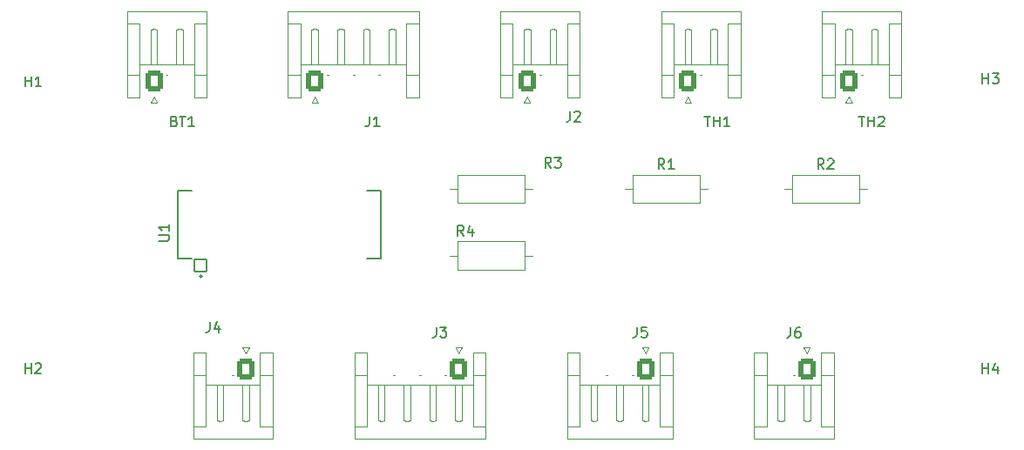
<source format=gto>
G04 #@! TF.GenerationSoftware,KiCad,Pcbnew,8.0.5*
G04 #@! TF.CreationDate,2025-03-12T15:23:49-04:00*
G04 #@! TF.ProjectId,PCB_version4,5043425f-7665-4727-9369-6f6e342e6b69,rev?*
G04 #@! TF.SameCoordinates,Original*
G04 #@! TF.FileFunction,Legend,Top*
G04 #@! TF.FilePolarity,Positive*
%FSLAX46Y46*%
G04 Gerber Fmt 4.6, Leading zero omitted, Abs format (unit mm)*
G04 Created by KiCad (PCBNEW 8.0.5) date 2025-03-12 15:23:49*
%MOMM*%
%LPD*%
G01*
G04 APERTURE LIST*
G04 Aperture macros list*
%AMRoundRect*
0 Rectangle with rounded corners*
0 $1 Rounding radius*
0 $2 $3 $4 $5 $6 $7 $8 $9 X,Y pos of 4 corners*
0 Add a 4 corners polygon primitive as box body*
4,1,4,$2,$3,$4,$5,$6,$7,$8,$9,$2,$3,0*
0 Add four circle primitives for the rounded corners*
1,1,$1+$1,$2,$3*
1,1,$1+$1,$4,$5*
1,1,$1+$1,$6,$7*
1,1,$1+$1,$8,$9*
0 Add four rect primitives between the rounded corners*
20,1,$1+$1,$2,$3,$4,$5,0*
20,1,$1+$1,$4,$5,$6,$7,0*
20,1,$1+$1,$6,$7,$8,$9,0*
20,1,$1+$1,$8,$9,$2,$3,0*%
G04 Aperture macros list end*
%ADD10C,0.160000*%
%ADD11C,0.120000*%
%ADD12C,0.127000*%
%ADD13C,0.200000*%
%ADD14C,1.676000*%
%ADD15O,1.676000X1.676000*%
%ADD16RoundRect,0.261177X-0.626823X-0.776823X0.626823X-0.776823X0.626823X0.776823X-0.626823X0.776823X0*%
%ADD17O,1.776000X2.076000*%
%ADD18RoundRect,0.261177X-0.626823X-0.751823X0.626823X-0.751823X0.626823X0.751823X-0.626823X0.751823X0*%
%ADD19O,1.776000X2.026000*%
%ADD20RoundRect,0.261177X0.626823X0.776823X-0.626823X0.776823X-0.626823X-0.776823X0.626823X-0.776823X0*%
%ADD21RoundRect,0.102000X0.585000X-0.585000X0.585000X0.585000X-0.585000X0.585000X-0.585000X-0.585000X0*%
%ADD22C,1.374000*%
%ADD23RoundRect,0.261177X0.626823X0.751823X-0.626823X0.751823X-0.626823X-0.751823X0.626823X-0.751823X0*%
%ADD24C,5.776000*%
G04 APERTURE END LIST*
D10*
X159833333Y-78584299D02*
X159500000Y-78108108D01*
X159261905Y-78584299D02*
X159261905Y-77584299D01*
X159261905Y-77584299D02*
X159642857Y-77584299D01*
X159642857Y-77584299D02*
X159738095Y-77631918D01*
X159738095Y-77631918D02*
X159785714Y-77679537D01*
X159785714Y-77679537D02*
X159833333Y-77774775D01*
X159833333Y-77774775D02*
X159833333Y-77917632D01*
X159833333Y-77917632D02*
X159785714Y-78012870D01*
X159785714Y-78012870D02*
X159738095Y-78060489D01*
X159738095Y-78060489D02*
X159642857Y-78108108D01*
X159642857Y-78108108D02*
X159261905Y-78108108D01*
X160690476Y-77917632D02*
X160690476Y-78584299D01*
X160452381Y-77536680D02*
X160214286Y-78250965D01*
X160214286Y-78250965D02*
X160833333Y-78250965D01*
X198214286Y-66954299D02*
X198785714Y-66954299D01*
X198500000Y-67954299D02*
X198500000Y-66954299D01*
X199119048Y-67954299D02*
X199119048Y-66954299D01*
X199119048Y-67430489D02*
X199690476Y-67430489D01*
X199690476Y-67954299D02*
X199690476Y-66954299D01*
X200119048Y-67049537D02*
X200166667Y-67001918D01*
X200166667Y-67001918D02*
X200261905Y-66954299D01*
X200261905Y-66954299D02*
X200500000Y-66954299D01*
X200500000Y-66954299D02*
X200595238Y-67001918D01*
X200595238Y-67001918D02*
X200642857Y-67049537D01*
X200642857Y-67049537D02*
X200690476Y-67144775D01*
X200690476Y-67144775D02*
X200690476Y-67240013D01*
X200690476Y-67240013D02*
X200642857Y-67382870D01*
X200642857Y-67382870D02*
X200071429Y-67954299D01*
X200071429Y-67954299D02*
X200690476Y-67954299D01*
X168333333Y-71954299D02*
X168000000Y-71478108D01*
X167761905Y-71954299D02*
X167761905Y-70954299D01*
X167761905Y-70954299D02*
X168142857Y-70954299D01*
X168142857Y-70954299D02*
X168238095Y-71001918D01*
X168238095Y-71001918D02*
X168285714Y-71049537D01*
X168285714Y-71049537D02*
X168333333Y-71144775D01*
X168333333Y-71144775D02*
X168333333Y-71287632D01*
X168333333Y-71287632D02*
X168285714Y-71382870D01*
X168285714Y-71382870D02*
X168238095Y-71430489D01*
X168238095Y-71430489D02*
X168142857Y-71478108D01*
X168142857Y-71478108D02*
X167761905Y-71478108D01*
X168666667Y-70954299D02*
X169285714Y-70954299D01*
X169285714Y-70954299D02*
X168952381Y-71335251D01*
X168952381Y-71335251D02*
X169095238Y-71335251D01*
X169095238Y-71335251D02*
X169190476Y-71382870D01*
X169190476Y-71382870D02*
X169238095Y-71430489D01*
X169238095Y-71430489D02*
X169285714Y-71525727D01*
X169285714Y-71525727D02*
X169285714Y-71763822D01*
X169285714Y-71763822D02*
X169238095Y-71859060D01*
X169238095Y-71859060D02*
X169190476Y-71906680D01*
X169190476Y-71906680D02*
X169095238Y-71954299D01*
X169095238Y-71954299D02*
X168809524Y-71954299D01*
X168809524Y-71954299D02*
X168714286Y-71906680D01*
X168714286Y-71906680D02*
X168666667Y-71859060D01*
X131714285Y-67430489D02*
X131857142Y-67478108D01*
X131857142Y-67478108D02*
X131904761Y-67525727D01*
X131904761Y-67525727D02*
X131952380Y-67620965D01*
X131952380Y-67620965D02*
X131952380Y-67763822D01*
X131952380Y-67763822D02*
X131904761Y-67859060D01*
X131904761Y-67859060D02*
X131857142Y-67906680D01*
X131857142Y-67906680D02*
X131761904Y-67954299D01*
X131761904Y-67954299D02*
X131380952Y-67954299D01*
X131380952Y-67954299D02*
X131380952Y-66954299D01*
X131380952Y-66954299D02*
X131714285Y-66954299D01*
X131714285Y-66954299D02*
X131809523Y-67001918D01*
X131809523Y-67001918D02*
X131857142Y-67049537D01*
X131857142Y-67049537D02*
X131904761Y-67144775D01*
X131904761Y-67144775D02*
X131904761Y-67240013D01*
X131904761Y-67240013D02*
X131857142Y-67335251D01*
X131857142Y-67335251D02*
X131809523Y-67382870D01*
X131809523Y-67382870D02*
X131714285Y-67430489D01*
X131714285Y-67430489D02*
X131380952Y-67430489D01*
X132238095Y-66954299D02*
X132809523Y-66954299D01*
X132523809Y-67954299D02*
X132523809Y-66954299D01*
X133666666Y-67954299D02*
X133095238Y-67954299D01*
X133380952Y-67954299D02*
X133380952Y-66954299D01*
X133380952Y-66954299D02*
X133285714Y-67097156D01*
X133285714Y-67097156D02*
X133190476Y-67192394D01*
X133190476Y-67192394D02*
X133095238Y-67240013D01*
X179333333Y-72084299D02*
X179000000Y-71608108D01*
X178761905Y-72084299D02*
X178761905Y-71084299D01*
X178761905Y-71084299D02*
X179142857Y-71084299D01*
X179142857Y-71084299D02*
X179238095Y-71131918D01*
X179238095Y-71131918D02*
X179285714Y-71179537D01*
X179285714Y-71179537D02*
X179333333Y-71274775D01*
X179333333Y-71274775D02*
X179333333Y-71417632D01*
X179333333Y-71417632D02*
X179285714Y-71512870D01*
X179285714Y-71512870D02*
X179238095Y-71560489D01*
X179238095Y-71560489D02*
X179142857Y-71608108D01*
X179142857Y-71608108D02*
X178761905Y-71608108D01*
X180285714Y-72084299D02*
X179714286Y-72084299D01*
X180000000Y-72084299D02*
X180000000Y-71084299D01*
X180000000Y-71084299D02*
X179904762Y-71227156D01*
X179904762Y-71227156D02*
X179809524Y-71322394D01*
X179809524Y-71322394D02*
X179714286Y-71370013D01*
X150666666Y-66954299D02*
X150666666Y-67668584D01*
X150666666Y-67668584D02*
X150619047Y-67811441D01*
X150619047Y-67811441D02*
X150523809Y-67906680D01*
X150523809Y-67906680D02*
X150380952Y-67954299D01*
X150380952Y-67954299D02*
X150285714Y-67954299D01*
X151666666Y-67954299D02*
X151095238Y-67954299D01*
X151380952Y-67954299D02*
X151380952Y-66954299D01*
X151380952Y-66954299D02*
X151285714Y-67097156D01*
X151285714Y-67097156D02*
X151190476Y-67192394D01*
X151190476Y-67192394D02*
X151095238Y-67240013D01*
X135166666Y-86954299D02*
X135166666Y-87668584D01*
X135166666Y-87668584D02*
X135119047Y-87811441D01*
X135119047Y-87811441D02*
X135023809Y-87906680D01*
X135023809Y-87906680D02*
X134880952Y-87954299D01*
X134880952Y-87954299D02*
X134785714Y-87954299D01*
X136071428Y-87287632D02*
X136071428Y-87954299D01*
X135833333Y-86906680D02*
X135595238Y-87620965D01*
X135595238Y-87620965D02*
X136214285Y-87620965D01*
X130239299Y-79056904D02*
X131048822Y-79056904D01*
X131048822Y-79056904D02*
X131144060Y-79009285D01*
X131144060Y-79009285D02*
X131191680Y-78961666D01*
X131191680Y-78961666D02*
X131239299Y-78866428D01*
X131239299Y-78866428D02*
X131239299Y-78675952D01*
X131239299Y-78675952D02*
X131191680Y-78580714D01*
X131191680Y-78580714D02*
X131144060Y-78533095D01*
X131144060Y-78533095D02*
X131048822Y-78485476D01*
X131048822Y-78485476D02*
X130239299Y-78485476D01*
X131239299Y-77485476D02*
X131239299Y-78056904D01*
X131239299Y-77771190D02*
X130239299Y-77771190D01*
X130239299Y-77771190D02*
X130382156Y-77866428D01*
X130382156Y-77866428D02*
X130477394Y-77961666D01*
X130477394Y-77961666D02*
X130525013Y-78056904D01*
X157166666Y-87454299D02*
X157166666Y-88168584D01*
X157166666Y-88168584D02*
X157119047Y-88311441D01*
X157119047Y-88311441D02*
X157023809Y-88406680D01*
X157023809Y-88406680D02*
X156880952Y-88454299D01*
X156880952Y-88454299D02*
X156785714Y-88454299D01*
X157547619Y-87454299D02*
X158166666Y-87454299D01*
X158166666Y-87454299D02*
X157833333Y-87835251D01*
X157833333Y-87835251D02*
X157976190Y-87835251D01*
X157976190Y-87835251D02*
X158071428Y-87882870D01*
X158071428Y-87882870D02*
X158119047Y-87930489D01*
X158119047Y-87930489D02*
X158166666Y-88025727D01*
X158166666Y-88025727D02*
X158166666Y-88263822D01*
X158166666Y-88263822D02*
X158119047Y-88359060D01*
X158119047Y-88359060D02*
X158071428Y-88406680D01*
X158071428Y-88406680D02*
X157976190Y-88454299D01*
X157976190Y-88454299D02*
X157690476Y-88454299D01*
X157690476Y-88454299D02*
X157595238Y-88406680D01*
X157595238Y-88406680D02*
X157547619Y-88359060D01*
X210238095Y-91954299D02*
X210238095Y-90954299D01*
X210238095Y-91430489D02*
X210809523Y-91430489D01*
X210809523Y-91954299D02*
X210809523Y-90954299D01*
X211714285Y-91287632D02*
X211714285Y-91954299D01*
X211476190Y-90906680D02*
X211238095Y-91620965D01*
X211238095Y-91620965D02*
X211857142Y-91620965D01*
X191583334Y-87486799D02*
X191583334Y-88201084D01*
X191583334Y-88201084D02*
X191535715Y-88343941D01*
X191535715Y-88343941D02*
X191440477Y-88439180D01*
X191440477Y-88439180D02*
X191297620Y-88486799D01*
X191297620Y-88486799D02*
X191202382Y-88486799D01*
X192488096Y-87486799D02*
X192297620Y-87486799D01*
X192297620Y-87486799D02*
X192202382Y-87534418D01*
X192202382Y-87534418D02*
X192154763Y-87582037D01*
X192154763Y-87582037D02*
X192059525Y-87724894D01*
X192059525Y-87724894D02*
X192011906Y-87915370D01*
X192011906Y-87915370D02*
X192011906Y-88296322D01*
X192011906Y-88296322D02*
X192059525Y-88391560D01*
X192059525Y-88391560D02*
X192107144Y-88439180D01*
X192107144Y-88439180D02*
X192202382Y-88486799D01*
X192202382Y-88486799D02*
X192392858Y-88486799D01*
X192392858Y-88486799D02*
X192488096Y-88439180D01*
X192488096Y-88439180D02*
X192535715Y-88391560D01*
X192535715Y-88391560D02*
X192583334Y-88296322D01*
X192583334Y-88296322D02*
X192583334Y-88058227D01*
X192583334Y-88058227D02*
X192535715Y-87962989D01*
X192535715Y-87962989D02*
X192488096Y-87915370D01*
X192488096Y-87915370D02*
X192392858Y-87867751D01*
X192392858Y-87867751D02*
X192202382Y-87867751D01*
X192202382Y-87867751D02*
X192107144Y-87915370D01*
X192107144Y-87915370D02*
X192059525Y-87962989D01*
X192059525Y-87962989D02*
X192011906Y-88058227D01*
X194833333Y-72084299D02*
X194500000Y-71608108D01*
X194261905Y-72084299D02*
X194261905Y-71084299D01*
X194261905Y-71084299D02*
X194642857Y-71084299D01*
X194642857Y-71084299D02*
X194738095Y-71131918D01*
X194738095Y-71131918D02*
X194785714Y-71179537D01*
X194785714Y-71179537D02*
X194833333Y-71274775D01*
X194833333Y-71274775D02*
X194833333Y-71417632D01*
X194833333Y-71417632D02*
X194785714Y-71512870D01*
X194785714Y-71512870D02*
X194738095Y-71560489D01*
X194738095Y-71560489D02*
X194642857Y-71608108D01*
X194642857Y-71608108D02*
X194261905Y-71608108D01*
X195214286Y-71179537D02*
X195261905Y-71131918D01*
X195261905Y-71131918D02*
X195357143Y-71084299D01*
X195357143Y-71084299D02*
X195595238Y-71084299D01*
X195595238Y-71084299D02*
X195690476Y-71131918D01*
X195690476Y-71131918D02*
X195738095Y-71179537D01*
X195738095Y-71179537D02*
X195785714Y-71274775D01*
X195785714Y-71274775D02*
X195785714Y-71370013D01*
X195785714Y-71370013D02*
X195738095Y-71512870D01*
X195738095Y-71512870D02*
X195166667Y-72084299D01*
X195166667Y-72084299D02*
X195785714Y-72084299D01*
X117238095Y-91954299D02*
X117238095Y-90954299D01*
X117238095Y-91430489D02*
X117809523Y-91430489D01*
X117809523Y-91954299D02*
X117809523Y-90954299D01*
X118238095Y-91049537D02*
X118285714Y-91001918D01*
X118285714Y-91001918D02*
X118380952Y-90954299D01*
X118380952Y-90954299D02*
X118619047Y-90954299D01*
X118619047Y-90954299D02*
X118714285Y-91001918D01*
X118714285Y-91001918D02*
X118761904Y-91049537D01*
X118761904Y-91049537D02*
X118809523Y-91144775D01*
X118809523Y-91144775D02*
X118809523Y-91240013D01*
X118809523Y-91240013D02*
X118761904Y-91382870D01*
X118761904Y-91382870D02*
X118190476Y-91954299D01*
X118190476Y-91954299D02*
X118809523Y-91954299D01*
X176666666Y-87454299D02*
X176666666Y-88168584D01*
X176666666Y-88168584D02*
X176619047Y-88311441D01*
X176619047Y-88311441D02*
X176523809Y-88406680D01*
X176523809Y-88406680D02*
X176380952Y-88454299D01*
X176380952Y-88454299D02*
X176285714Y-88454299D01*
X177619047Y-87454299D02*
X177142857Y-87454299D01*
X177142857Y-87454299D02*
X177095238Y-87930489D01*
X177095238Y-87930489D02*
X177142857Y-87882870D01*
X177142857Y-87882870D02*
X177238095Y-87835251D01*
X177238095Y-87835251D02*
X177476190Y-87835251D01*
X177476190Y-87835251D02*
X177571428Y-87882870D01*
X177571428Y-87882870D02*
X177619047Y-87930489D01*
X177619047Y-87930489D02*
X177666666Y-88025727D01*
X177666666Y-88025727D02*
X177666666Y-88263822D01*
X177666666Y-88263822D02*
X177619047Y-88359060D01*
X177619047Y-88359060D02*
X177571428Y-88406680D01*
X177571428Y-88406680D02*
X177476190Y-88454299D01*
X177476190Y-88454299D02*
X177238095Y-88454299D01*
X177238095Y-88454299D02*
X177142857Y-88406680D01*
X177142857Y-88406680D02*
X177095238Y-88359060D01*
X210238095Y-63772299D02*
X210238095Y-62772299D01*
X210238095Y-63248489D02*
X210809523Y-63248489D01*
X210809523Y-63772299D02*
X210809523Y-62772299D01*
X211190476Y-62772299D02*
X211809523Y-62772299D01*
X211809523Y-62772299D02*
X211476190Y-63153251D01*
X211476190Y-63153251D02*
X211619047Y-63153251D01*
X211619047Y-63153251D02*
X211714285Y-63200870D01*
X211714285Y-63200870D02*
X211761904Y-63248489D01*
X211761904Y-63248489D02*
X211809523Y-63343727D01*
X211809523Y-63343727D02*
X211809523Y-63581822D01*
X211809523Y-63581822D02*
X211761904Y-63677060D01*
X211761904Y-63677060D02*
X211714285Y-63724680D01*
X211714285Y-63724680D02*
X211619047Y-63772299D01*
X211619047Y-63772299D02*
X211333333Y-63772299D01*
X211333333Y-63772299D02*
X211238095Y-63724680D01*
X211238095Y-63724680D02*
X211190476Y-63677060D01*
X183214286Y-66954299D02*
X183785714Y-66954299D01*
X183500000Y-67954299D02*
X183500000Y-66954299D01*
X184119048Y-67954299D02*
X184119048Y-66954299D01*
X184119048Y-67430489D02*
X184690476Y-67430489D01*
X184690476Y-67954299D02*
X184690476Y-66954299D01*
X185690476Y-67954299D02*
X185119048Y-67954299D01*
X185404762Y-67954299D02*
X185404762Y-66954299D01*
X185404762Y-66954299D02*
X185309524Y-67097156D01*
X185309524Y-67097156D02*
X185214286Y-67192394D01*
X185214286Y-67192394D02*
X185119048Y-67240013D01*
X117238095Y-64050799D02*
X117238095Y-63050799D01*
X117238095Y-63526989D02*
X117809523Y-63526989D01*
X117809523Y-64050799D02*
X117809523Y-63050799D01*
X118809523Y-64050799D02*
X118238095Y-64050799D01*
X118523809Y-64050799D02*
X118523809Y-63050799D01*
X118523809Y-63050799D02*
X118428571Y-63193656D01*
X118428571Y-63193656D02*
X118333333Y-63288894D01*
X118333333Y-63288894D02*
X118238095Y-63336513D01*
X170166666Y-66454299D02*
X170166666Y-67168584D01*
X170166666Y-67168584D02*
X170119047Y-67311441D01*
X170119047Y-67311441D02*
X170023809Y-67406680D01*
X170023809Y-67406680D02*
X169880952Y-67454299D01*
X169880952Y-67454299D02*
X169785714Y-67454299D01*
X170595238Y-66549537D02*
X170642857Y-66501918D01*
X170642857Y-66501918D02*
X170738095Y-66454299D01*
X170738095Y-66454299D02*
X170976190Y-66454299D01*
X170976190Y-66454299D02*
X171071428Y-66501918D01*
X171071428Y-66501918D02*
X171119047Y-66549537D01*
X171119047Y-66549537D02*
X171166666Y-66644775D01*
X171166666Y-66644775D02*
X171166666Y-66740013D01*
X171166666Y-66740013D02*
X171119047Y-66882870D01*
X171119047Y-66882870D02*
X170547619Y-67454299D01*
X170547619Y-67454299D02*
X171166666Y-67454299D01*
D11*
X158460000Y-80500000D02*
X159230000Y-80500000D01*
X159230000Y-79130000D02*
X159230000Y-81870000D01*
X159230000Y-81870000D02*
X165770000Y-81870000D01*
X165770000Y-79130000D02*
X159230000Y-79130000D01*
X165770000Y-81870000D02*
X165770000Y-79130000D01*
X166540000Y-80500000D02*
X165770000Y-80500000D01*
X194640000Y-56722500D02*
X202360000Y-56722500D01*
X194640000Y-57942500D02*
X195860000Y-57942500D01*
X194640000Y-65142500D02*
X194640000Y-56722500D01*
X195860000Y-57942500D02*
X195860000Y-62942500D01*
X195860000Y-61942500D02*
X201140000Y-61942500D01*
X195860000Y-62942500D02*
X194640000Y-62942500D01*
X195860000Y-62942500D02*
X195860000Y-65142500D01*
X195860000Y-65142500D02*
X194640000Y-65142500D01*
X196930000Y-58522500D02*
X197250000Y-58442500D01*
X196930000Y-61942500D02*
X196930000Y-58522500D01*
X196950000Y-65632500D02*
X197550000Y-65632500D01*
X197250000Y-58442500D02*
X197570000Y-58522500D01*
X197250000Y-61942500D02*
X196930000Y-61942500D01*
X197250000Y-65032500D02*
X196950000Y-65632500D01*
X197550000Y-65632500D02*
X197250000Y-65032500D01*
X197570000Y-58522500D02*
X197570000Y-61942500D01*
X197570000Y-61942500D02*
X197250000Y-61942500D01*
X198420000Y-62942500D02*
X198580000Y-62942500D01*
X199430000Y-58522500D02*
X199750000Y-58442500D01*
X199430000Y-61942500D02*
X199430000Y-58522500D01*
X199750000Y-58442500D02*
X200070000Y-58522500D01*
X199750000Y-61942500D02*
X199430000Y-61942500D01*
X200070000Y-58522500D02*
X200070000Y-61942500D01*
X200070000Y-61942500D02*
X199750000Y-61942500D01*
X201140000Y-57942500D02*
X201140000Y-62942500D01*
X201140000Y-62942500D02*
X202360000Y-62942500D01*
X201140000Y-65142500D02*
X201140000Y-62942500D01*
X202360000Y-56722500D02*
X202360000Y-65142500D01*
X202360000Y-57942500D02*
X201140000Y-57942500D01*
X202360000Y-65142500D02*
X201140000Y-65142500D01*
X158460000Y-74000000D02*
X159230000Y-74000000D01*
X159230000Y-72630000D02*
X159230000Y-75370000D01*
X159230000Y-75370000D02*
X165770000Y-75370000D01*
X165770000Y-72630000D02*
X159230000Y-72630000D01*
X165770000Y-75370000D02*
X165770000Y-72630000D01*
X166540000Y-74000000D02*
X165770000Y-74000000D01*
X127140000Y-56722500D02*
X134860000Y-56722500D01*
X127140000Y-57942500D02*
X128360000Y-57942500D01*
X127140000Y-65142500D02*
X127140000Y-56722500D01*
X128360000Y-57942500D02*
X128360000Y-62942500D01*
X128360000Y-61942500D02*
X133640000Y-61942500D01*
X128360000Y-62942500D02*
X127140000Y-62942500D01*
X128360000Y-62942500D02*
X128360000Y-65142500D01*
X128360000Y-65142500D02*
X127140000Y-65142500D01*
X129430000Y-58522500D02*
X129750000Y-58442500D01*
X129430000Y-61942500D02*
X129430000Y-58522500D01*
X129450000Y-65632500D02*
X130050000Y-65632500D01*
X129750000Y-58442500D02*
X130070000Y-58522500D01*
X129750000Y-61942500D02*
X129430000Y-61942500D01*
X129750000Y-65032500D02*
X129450000Y-65632500D01*
X130050000Y-65632500D02*
X129750000Y-65032500D01*
X130070000Y-58522500D02*
X130070000Y-61942500D01*
X130070000Y-61942500D02*
X129750000Y-61942500D01*
X130920000Y-62942500D02*
X131080000Y-62942500D01*
X131930000Y-58522500D02*
X132250000Y-58442500D01*
X131930000Y-61942500D02*
X131930000Y-58522500D01*
X132250000Y-58442500D02*
X132570000Y-58522500D01*
X132250000Y-61942500D02*
X131930000Y-61942500D01*
X132570000Y-58522500D02*
X132570000Y-61942500D01*
X132570000Y-61942500D02*
X132250000Y-61942500D01*
X133640000Y-57942500D02*
X133640000Y-62942500D01*
X133640000Y-62942500D02*
X134860000Y-62942500D01*
X133640000Y-65142500D02*
X133640000Y-62942500D01*
X134860000Y-56722500D02*
X134860000Y-65142500D01*
X134860000Y-57942500D02*
X133640000Y-57942500D01*
X134860000Y-65142500D02*
X133640000Y-65142500D01*
X175460000Y-74000000D02*
X176230000Y-74000000D01*
X176230000Y-72630000D02*
X176230000Y-75370000D01*
X176230000Y-75370000D02*
X182770000Y-75370000D01*
X182770000Y-72630000D02*
X176230000Y-72630000D01*
X182770000Y-75370000D02*
X182770000Y-72630000D01*
X183540000Y-74000000D02*
X182770000Y-74000000D01*
X142765000Y-56722500D02*
X155485000Y-56722500D01*
X142765000Y-57942500D02*
X143985000Y-57942500D01*
X142765000Y-65142500D02*
X142765000Y-56722500D01*
X143985000Y-57942500D02*
X143985000Y-62942500D01*
X143985000Y-61942500D02*
X154265000Y-61942500D01*
X143985000Y-62942500D02*
X142765000Y-62942500D01*
X143985000Y-62942500D02*
X143985000Y-65142500D01*
X143985000Y-65142500D02*
X142765000Y-65142500D01*
X145055000Y-58522500D02*
X145375000Y-58442500D01*
X145055000Y-61942500D02*
X145055000Y-58522500D01*
X145075000Y-65632500D02*
X145675000Y-65632500D01*
X145375000Y-58442500D02*
X145695000Y-58522500D01*
X145375000Y-61942500D02*
X145055000Y-61942500D01*
X145375000Y-65032500D02*
X145075000Y-65632500D01*
X145675000Y-65632500D02*
X145375000Y-65032500D01*
X145695000Y-58522500D02*
X145695000Y-61942500D01*
X145695000Y-61942500D02*
X145375000Y-61942500D01*
X146545000Y-62942500D02*
X146705000Y-62942500D01*
X147555000Y-58522500D02*
X147875000Y-58442500D01*
X147555000Y-61942500D02*
X147555000Y-58522500D01*
X147875000Y-58442500D02*
X148195000Y-58522500D01*
X147875000Y-61942500D02*
X147555000Y-61942500D01*
X148195000Y-58522500D02*
X148195000Y-61942500D01*
X148195000Y-61942500D02*
X147875000Y-61942500D01*
X149045000Y-62942500D02*
X149205000Y-62942500D01*
X150055000Y-58522500D02*
X150375000Y-58442500D01*
X150055000Y-61942500D02*
X150055000Y-58522500D01*
X150375000Y-58442500D02*
X150695000Y-58522500D01*
X150375000Y-61942500D02*
X150055000Y-61942500D01*
X150695000Y-58522500D02*
X150695000Y-61942500D01*
X150695000Y-61942500D02*
X150375000Y-61942500D01*
X151545000Y-62942500D02*
X151705000Y-62942500D01*
X152555000Y-58522500D02*
X152875000Y-58442500D01*
X152555000Y-61942500D02*
X152555000Y-58522500D01*
X152875000Y-58442500D02*
X153195000Y-58522500D01*
X152875000Y-61942500D02*
X152555000Y-61942500D01*
X153195000Y-58522500D02*
X153195000Y-61942500D01*
X153195000Y-61942500D02*
X152875000Y-61942500D01*
X154265000Y-57942500D02*
X154265000Y-62942500D01*
X154265000Y-62942500D02*
X155485000Y-62942500D01*
X154265000Y-65142500D02*
X154265000Y-62942500D01*
X155485000Y-56722500D02*
X155485000Y-65142500D01*
X155485000Y-57942500D02*
X154265000Y-57942500D01*
X155485000Y-65142500D02*
X154265000Y-65142500D01*
X133556668Y-89890000D02*
X134776668Y-89890000D01*
X133556668Y-97090000D02*
X134776668Y-97090000D01*
X133556668Y-98310000D02*
X133556668Y-89890000D01*
X134776668Y-89890000D02*
X134776668Y-92090000D01*
X134776668Y-92090000D02*
X133556668Y-92090000D01*
X134776668Y-97090000D02*
X134776668Y-92090000D01*
X135846668Y-93090000D02*
X136166668Y-93090000D01*
X135846668Y-96510000D02*
X135846668Y-93090000D01*
X136166668Y-93090000D02*
X136486668Y-93090000D01*
X136166668Y-96590000D02*
X135846668Y-96510000D01*
X136486668Y-93090000D02*
X136486668Y-96510000D01*
X136486668Y-96510000D02*
X136166668Y-96590000D01*
X137496668Y-92090000D02*
X137336668Y-92090000D01*
X138346668Y-93090000D02*
X138666668Y-93090000D01*
X138346668Y-96510000D02*
X138346668Y-93090000D01*
X138366668Y-89400000D02*
X138666668Y-90000000D01*
X138666668Y-90000000D02*
X138966668Y-89400000D01*
X138666668Y-93090000D02*
X138986668Y-93090000D01*
X138666668Y-96590000D02*
X138346668Y-96510000D01*
X138966668Y-89400000D02*
X138366668Y-89400000D01*
X138986668Y-93090000D02*
X138986668Y-96510000D01*
X138986668Y-96510000D02*
X138666668Y-96590000D01*
X140056668Y-89890000D02*
X141276668Y-89890000D01*
X140056668Y-92090000D02*
X140056668Y-89890000D01*
X140056668Y-92090000D02*
X141276668Y-92090000D01*
X140056668Y-93090000D02*
X134776668Y-93090000D01*
X140056668Y-97090000D02*
X140056668Y-92090000D01*
X141276668Y-89890000D02*
X141276668Y-98310000D01*
X141276668Y-97090000D02*
X140056668Y-97090000D01*
X141276668Y-98310000D02*
X133556668Y-98310000D01*
D12*
X132075000Y-74170000D02*
X133395000Y-74170000D01*
X132075000Y-80770000D02*
X132075000Y-74170000D01*
X133395000Y-80770000D02*
X132075000Y-80770000D01*
X150445000Y-74170000D02*
X151765000Y-74170000D01*
X151765000Y-74170000D02*
X151765000Y-80770000D01*
X151765000Y-80770000D02*
X150445000Y-80770000D01*
D13*
X134400000Y-82525000D02*
G75*
G02*
X134200000Y-82525000I-100000J0D01*
G01*
X134200000Y-82525000D02*
G75*
G02*
X134400000Y-82525000I100000J0D01*
G01*
D11*
X149223334Y-89890000D02*
X150443334Y-89890000D01*
X149223334Y-97090000D02*
X150443334Y-97090000D01*
X149223334Y-98310000D02*
X149223334Y-89890000D01*
X150443334Y-89890000D02*
X150443334Y-92090000D01*
X150443334Y-92090000D02*
X149223334Y-92090000D01*
X150443334Y-97090000D02*
X150443334Y-92090000D01*
X151513334Y-93090000D02*
X151833334Y-93090000D01*
X151513334Y-96510000D02*
X151513334Y-93090000D01*
X151833334Y-93090000D02*
X152153334Y-93090000D01*
X151833334Y-96590000D02*
X151513334Y-96510000D01*
X152153334Y-93090000D02*
X152153334Y-96510000D01*
X152153334Y-96510000D02*
X151833334Y-96590000D01*
X153163334Y-92090000D02*
X153003334Y-92090000D01*
X154013334Y-93090000D02*
X154333334Y-93090000D01*
X154013334Y-96510000D02*
X154013334Y-93090000D01*
X154333334Y-93090000D02*
X154653334Y-93090000D01*
X154333334Y-96590000D02*
X154013334Y-96510000D01*
X154653334Y-93090000D02*
X154653334Y-96510000D01*
X154653334Y-96510000D02*
X154333334Y-96590000D01*
X155663334Y-92090000D02*
X155503334Y-92090000D01*
X156513334Y-93090000D02*
X156833334Y-93090000D01*
X156513334Y-96510000D02*
X156513334Y-93090000D01*
X156833334Y-93090000D02*
X157153334Y-93090000D01*
X156833334Y-96590000D02*
X156513334Y-96510000D01*
X157153334Y-93090000D02*
X157153334Y-96510000D01*
X157153334Y-96510000D02*
X156833334Y-96590000D01*
X158163334Y-92090000D02*
X158003334Y-92090000D01*
X159013334Y-93090000D02*
X159333334Y-93090000D01*
X159013334Y-96510000D02*
X159013334Y-93090000D01*
X159033334Y-89400000D02*
X159333334Y-90000000D01*
X159333334Y-90000000D02*
X159633334Y-89400000D01*
X159333334Y-93090000D02*
X159653334Y-93090000D01*
X159333334Y-96590000D02*
X159013334Y-96510000D01*
X159633334Y-89400000D02*
X159033334Y-89400000D01*
X159653334Y-93090000D02*
X159653334Y-96510000D01*
X159653334Y-96510000D02*
X159333334Y-96590000D01*
X160723334Y-89890000D02*
X161943334Y-89890000D01*
X160723334Y-92090000D02*
X160723334Y-89890000D01*
X160723334Y-92090000D02*
X161943334Y-92090000D01*
X160723334Y-93090000D02*
X150443334Y-93090000D01*
X160723334Y-97090000D02*
X160723334Y-92090000D01*
X161943334Y-89890000D02*
X161943334Y-98310000D01*
X161943334Y-97090000D02*
X160723334Y-97090000D01*
X161943334Y-98310000D02*
X149223334Y-98310000D01*
X188056668Y-89890000D02*
X189276668Y-89890000D01*
X188056668Y-97090000D02*
X189276668Y-97090000D01*
X188056668Y-98310000D02*
X188056668Y-89890000D01*
X189276668Y-89890000D02*
X189276668Y-92090000D01*
X189276668Y-92090000D02*
X188056668Y-92090000D01*
X189276668Y-97090000D02*
X189276668Y-92090000D01*
X190346668Y-93090000D02*
X190666668Y-93090000D01*
X190346668Y-96510000D02*
X190346668Y-93090000D01*
X190666668Y-93090000D02*
X190986668Y-93090000D01*
X190666668Y-96590000D02*
X190346668Y-96510000D01*
X190986668Y-93090000D02*
X190986668Y-96510000D01*
X190986668Y-96510000D02*
X190666668Y-96590000D01*
X191996668Y-92090000D02*
X191836668Y-92090000D01*
X192846668Y-93090000D02*
X193166668Y-93090000D01*
X192846668Y-96510000D02*
X192846668Y-93090000D01*
X192866668Y-89400000D02*
X193166668Y-90000000D01*
X193166668Y-90000000D02*
X193466668Y-89400000D01*
X193166668Y-93090000D02*
X193486668Y-93090000D01*
X193166668Y-96590000D02*
X192846668Y-96510000D01*
X193466668Y-89400000D02*
X192866668Y-89400000D01*
X193486668Y-93090000D02*
X193486668Y-96510000D01*
X193486668Y-96510000D02*
X193166668Y-96590000D01*
X194556668Y-89890000D02*
X195776668Y-89890000D01*
X194556668Y-92090000D02*
X194556668Y-89890000D01*
X194556668Y-92090000D02*
X195776668Y-92090000D01*
X194556668Y-93090000D02*
X189276668Y-93090000D01*
X194556668Y-97090000D02*
X194556668Y-92090000D01*
X195776668Y-89890000D02*
X195776668Y-98310000D01*
X195776668Y-97090000D02*
X194556668Y-97090000D01*
X195776668Y-98310000D02*
X188056668Y-98310000D01*
X190960000Y-74000000D02*
X191730000Y-74000000D01*
X191730000Y-72630000D02*
X191730000Y-75370000D01*
X191730000Y-75370000D02*
X198270000Y-75370000D01*
X198270000Y-72630000D02*
X191730000Y-72630000D01*
X198270000Y-75370000D02*
X198270000Y-72630000D01*
X199040000Y-74000000D02*
X198270000Y-74000000D01*
X169890000Y-89890000D02*
X171110000Y-89890000D01*
X169890000Y-97090000D02*
X171110000Y-97090000D01*
X169890000Y-98310000D02*
X169890000Y-89890000D01*
X171110000Y-89890000D02*
X171110000Y-92090000D01*
X171110000Y-92090000D02*
X169890000Y-92090000D01*
X171110000Y-97090000D02*
X171110000Y-92090000D01*
X172180000Y-93090000D02*
X172500000Y-93090000D01*
X172180000Y-96510000D02*
X172180000Y-93090000D01*
X172500000Y-93090000D02*
X172820000Y-93090000D01*
X172500000Y-96590000D02*
X172180000Y-96510000D01*
X172820000Y-93090000D02*
X172820000Y-96510000D01*
X172820000Y-96510000D02*
X172500000Y-96590000D01*
X173830000Y-92090000D02*
X173670000Y-92090000D01*
X174680000Y-93090000D02*
X175000000Y-93090000D01*
X174680000Y-96510000D02*
X174680000Y-93090000D01*
X175000000Y-93090000D02*
X175320000Y-93090000D01*
X175000000Y-96590000D02*
X174680000Y-96510000D01*
X175320000Y-93090000D02*
X175320000Y-96510000D01*
X175320000Y-96510000D02*
X175000000Y-96590000D01*
X176330000Y-92090000D02*
X176170000Y-92090000D01*
X177180000Y-93090000D02*
X177500000Y-93090000D01*
X177180000Y-96510000D02*
X177180000Y-93090000D01*
X177200000Y-89400000D02*
X177500000Y-90000000D01*
X177500000Y-90000000D02*
X177800000Y-89400000D01*
X177500000Y-93090000D02*
X177820000Y-93090000D01*
X177500000Y-96590000D02*
X177180000Y-96510000D01*
X177800000Y-89400000D02*
X177200000Y-89400000D01*
X177820000Y-93090000D02*
X177820000Y-96510000D01*
X177820000Y-96510000D02*
X177500000Y-96590000D01*
X178890000Y-89890000D02*
X180110000Y-89890000D01*
X178890000Y-92090000D02*
X178890000Y-89890000D01*
X178890000Y-92090000D02*
X180110000Y-92090000D01*
X178890000Y-93090000D02*
X171110000Y-93090000D01*
X178890000Y-97090000D02*
X178890000Y-92090000D01*
X180110000Y-89890000D02*
X180110000Y-98310000D01*
X180110000Y-97090000D02*
X178890000Y-97090000D01*
X180110000Y-98310000D02*
X169890000Y-98310000D01*
X179015000Y-56722500D02*
X186735000Y-56722500D01*
X179015000Y-57942500D02*
X180235000Y-57942500D01*
X179015000Y-65142500D02*
X179015000Y-56722500D01*
X180235000Y-57942500D02*
X180235000Y-62942500D01*
X180235000Y-61942500D02*
X185515000Y-61942500D01*
X180235000Y-62942500D02*
X179015000Y-62942500D01*
X180235000Y-62942500D02*
X180235000Y-65142500D01*
X180235000Y-65142500D02*
X179015000Y-65142500D01*
X181305000Y-58522500D02*
X181625000Y-58442500D01*
X181305000Y-61942500D02*
X181305000Y-58522500D01*
X181325000Y-65632500D02*
X181925000Y-65632500D01*
X181625000Y-58442500D02*
X181945000Y-58522500D01*
X181625000Y-61942500D02*
X181305000Y-61942500D01*
X181625000Y-65032500D02*
X181325000Y-65632500D01*
X181925000Y-65632500D02*
X181625000Y-65032500D01*
X181945000Y-58522500D02*
X181945000Y-61942500D01*
X181945000Y-61942500D02*
X181625000Y-61942500D01*
X182795000Y-62942500D02*
X182955000Y-62942500D01*
X183805000Y-58522500D02*
X184125000Y-58442500D01*
X183805000Y-61942500D02*
X183805000Y-58522500D01*
X184125000Y-58442500D02*
X184445000Y-58522500D01*
X184125000Y-61942500D02*
X183805000Y-61942500D01*
X184445000Y-58522500D02*
X184445000Y-61942500D01*
X184445000Y-61942500D02*
X184125000Y-61942500D01*
X185515000Y-57942500D02*
X185515000Y-62942500D01*
X185515000Y-62942500D02*
X186735000Y-62942500D01*
X185515000Y-65142500D02*
X185515000Y-62942500D01*
X186735000Y-56722500D02*
X186735000Y-65142500D01*
X186735000Y-57942500D02*
X185515000Y-57942500D01*
X186735000Y-65142500D02*
X185515000Y-65142500D01*
X163390000Y-56722500D02*
X171110000Y-56722500D01*
X163390000Y-57942500D02*
X164610000Y-57942500D01*
X163390000Y-65142500D02*
X163390000Y-56722500D01*
X164610000Y-57942500D02*
X164610000Y-62942500D01*
X164610000Y-61942500D02*
X169890000Y-61942500D01*
X164610000Y-62942500D02*
X163390000Y-62942500D01*
X164610000Y-62942500D02*
X164610000Y-65142500D01*
X164610000Y-65142500D02*
X163390000Y-65142500D01*
X165680000Y-58522500D02*
X166000000Y-58442500D01*
X165680000Y-61942500D02*
X165680000Y-58522500D01*
X165700000Y-65632500D02*
X166300000Y-65632500D01*
X166000000Y-58442500D02*
X166320000Y-58522500D01*
X166000000Y-61942500D02*
X165680000Y-61942500D01*
X166000000Y-65032500D02*
X165700000Y-65632500D01*
X166300000Y-65632500D02*
X166000000Y-65032500D01*
X166320000Y-58522500D02*
X166320000Y-61942500D01*
X166320000Y-61942500D02*
X166000000Y-61942500D01*
X167170000Y-62942500D02*
X167330000Y-62942500D01*
X168180000Y-58522500D02*
X168500000Y-58442500D01*
X168180000Y-61942500D02*
X168180000Y-58522500D01*
X168500000Y-58442500D02*
X168820000Y-58522500D01*
X168500000Y-61942500D02*
X168180000Y-61942500D01*
X168820000Y-58522500D02*
X168820000Y-61942500D01*
X168820000Y-61942500D02*
X168500000Y-61942500D01*
X169890000Y-57942500D02*
X169890000Y-62942500D01*
X169890000Y-62942500D02*
X171110000Y-62942500D01*
X169890000Y-65142500D02*
X169890000Y-62942500D01*
X171110000Y-56722500D02*
X171110000Y-65142500D01*
X171110000Y-57942500D02*
X169890000Y-57942500D01*
X171110000Y-65142500D02*
X169890000Y-65142500D01*
%LPC*%
D14*
X157420000Y-80500000D03*
D15*
X167580000Y-80500000D03*
D16*
X197250000Y-63532500D03*
D17*
X199750000Y-63532500D03*
D14*
X157420000Y-74000000D03*
D15*
X167580000Y-74000000D03*
D16*
X129750000Y-63532500D03*
D17*
X132250000Y-63532500D03*
D14*
X174420000Y-74000000D03*
D15*
X184580000Y-74000000D03*
D18*
X145375000Y-63532500D03*
D19*
X147875000Y-63532500D03*
X150375000Y-63532500D03*
X152875000Y-63532500D03*
D20*
X138666668Y-91500000D03*
D17*
X136166668Y-91500000D03*
D21*
X134300000Y-81440000D03*
D22*
X136840000Y-81440000D03*
X139380000Y-81440000D03*
X141920000Y-81440000D03*
X144460000Y-81440000D03*
X147000000Y-81440000D03*
X149540000Y-81440000D03*
X149540000Y-73500000D03*
X147000000Y-73500000D03*
X144460000Y-73500000D03*
X141920000Y-73500000D03*
X139380000Y-73500000D03*
X136840000Y-73500000D03*
X134300000Y-73500000D03*
D23*
X159333334Y-91500000D03*
D19*
X156833334Y-91500000D03*
X154333334Y-91500000D03*
X151833334Y-91500000D03*
D24*
X211000000Y-95778500D03*
D20*
X193166668Y-91500000D03*
D17*
X190666668Y-91500000D03*
D14*
X189920000Y-74000000D03*
D15*
X200080000Y-74000000D03*
D24*
X118000000Y-95778500D03*
D23*
X177500000Y-91500000D03*
D19*
X175000000Y-91500000D03*
X172500000Y-91500000D03*
D24*
X211000000Y-59000000D03*
D16*
X181625000Y-63532500D03*
D17*
X184125000Y-63532500D03*
D24*
X118000000Y-59278500D03*
D16*
X166000000Y-63532500D03*
D17*
X168500000Y-63532500D03*
%LPD*%
M02*

</source>
